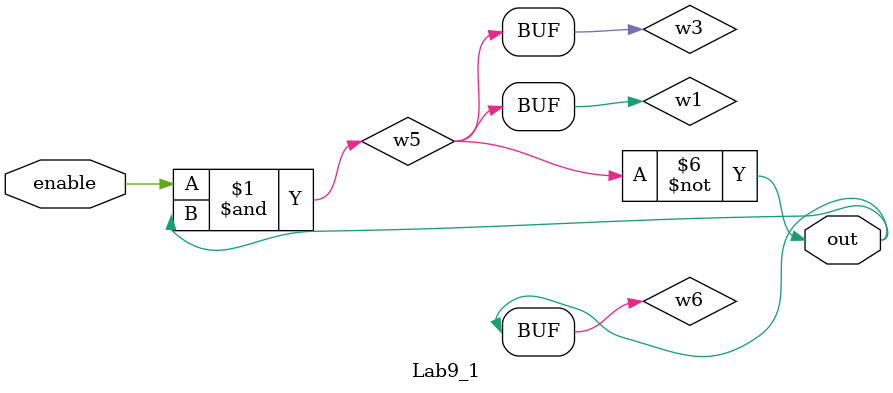
<source format=v>
`timescale 1ns / 1ps

module Lab9_1(enable,out);
    input enable;
    output out;
    (* ALLOW_COMBINATIONAL_LOOPS = "TRUE" *)
    (* DONT_TOUCH = "TRUE" *) wire w1, w2, w3, w4, w5, w6;
    
    and #5(w1, enable, out );   
    not #5(w2, w1);
    not #5(w3, w2);
    not #5(w4, w3);
    not #5(w5, w4);
    not #5(w6,w5);
    assign out = w6;
endmodule

</source>
